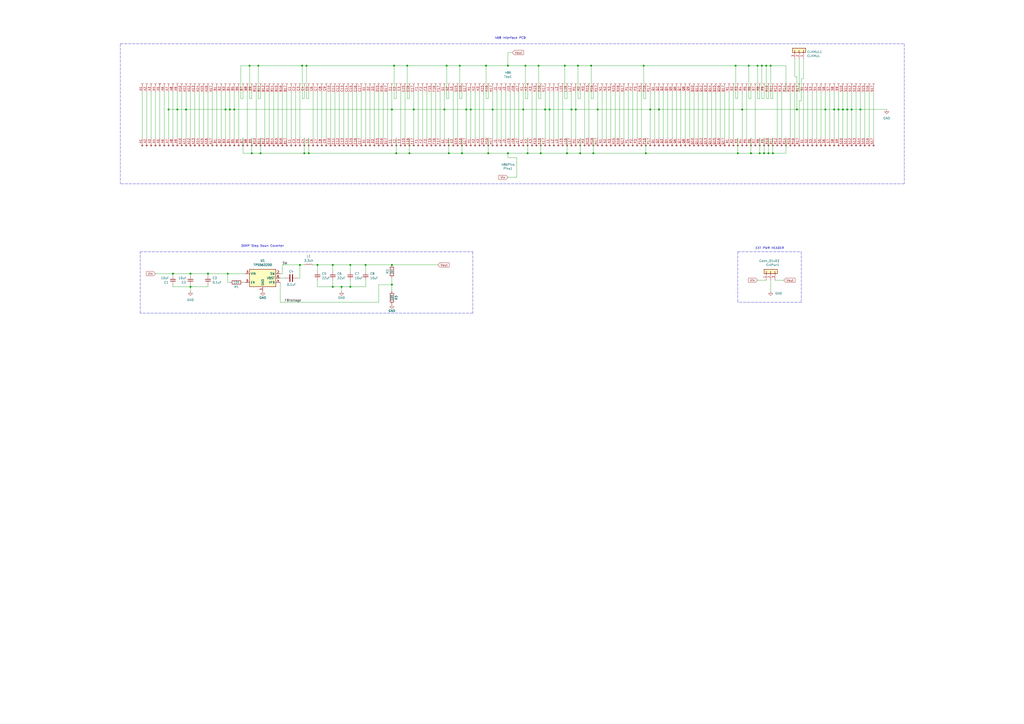
<source format=kicad_sch>
(kicad_sch (version 20211123) (generator eeschema)
  (paper "A2")
  (title_block (title "486SocketBlaster") (date "Jan 8 2023") (rev "0.3") (company "ScrapComputing"))
  (lib_symbols
    (symbol "486SocketBlaster:486Pins" (pin_names (offset 1.016) hide)
      (property "Reference" "J" (at 2.54 215.9 0))
      (property "Value" "486Pins" (at -5.08 1.27 0))
      (symbol "486Pins_1_1"
        (pin passive line (at 5.08 212.09 180) (length 3.81) (name "Pin_1") (number "A1"))
        (pin passive line (at 5.08 189.23 180) (length 3.81) (name "Pin_10") (number "A10"))
        (pin passive line (at 5.08 186.69 180) (length 3.81) (name "Pin_11") (number "A11"))
        (pin passive line (at 5.08 184.15 180) (length 3.81) (name "Pin_12") (number "A12"))
        (pin passive line (at 5.08 181.61 180) (length 3.81) (name "Pin_13") (number "A13"))
        (pin passive line (at 5.08 179.07 180) (length 3.81) (name "Pin_14") (number "A14"))
        (pin passive line (at 5.08 176.53 180) (length 3.81) (name "Pin_15") (number "A15"))
        (pin passive line (at 5.08 173.99 180) (length 3.81) (name "Pin_16") (number "A16"))
        (pin passive line (at 5.08 171.45 180) (length 3.81) (name "Pin_17") (number "A17"))
        (pin passive line (at 5.08 209.55 180) (length 3.81) (name "Pin_2") (number "A2"))
        (pin passive line (at 5.08 207.01 180) (length 3.81) (name "Pin_3") (number "A3"))
        (pin passive line (at 5.08 204.47 180) (length 3.81) (name "Pin_4") (number "A4"))
        (pin passive line (at 5.08 201.93 180) (length 3.81) (name "Pin_5") (number "A5"))
        (pin passive line (at 5.08 199.39 180) (length 3.81) (name "Pin_6") (number "A6"))
        (pin passive line (at 5.08 196.85 180) (length 3.81) (name "Pin_7") (number "A7"))
        (pin passive line (at 5.08 194.31 180) (length 3.81) (name "Pin_8") (number "A8"))
        (pin passive line (at 5.08 191.77 180) (length 3.81) (name "Pin_9") (number "A9"))
        (pin passive line (at 5.08 168.91 180) (length 3.81) (name "Pin_1") (number "B1"))
        (pin passive line (at 5.08 146.05 180) (length 3.81) (name "Pin_10") (number "B10"))
        (pin passive line (at 5.08 143.51 180) (length 3.81) (name "Pin_11") (number "B11"))
        (pin passive line (at 5.08 140.97 180) (length 3.81) (name "Pin_12") (number "B12"))
        (pin passive line (at 5.08 138.43 180) (length 3.81) (name "Pin_13") (number "B13"))
        (pin passive line (at 5.08 135.89 180) (length 3.81) (name "Pin_14") (number "B14"))
        (pin passive line (at 5.08 133.35 180) (length 3.81) (name "Pin_15") (number "B15"))
        (pin passive line (at 5.08 130.81 180) (length 3.81) (name "Pin_16") (number "B16"))
        (pin passive line (at 5.08 128.27 180) (length 3.81) (name "Pin_17") (number "B17"))
        (pin passive line (at 5.08 166.37 180) (length 3.81) (name "Pin_2") (number "B2"))
        (pin passive line (at 5.08 163.83 180) (length 3.81) (name "Pin_3") (number "B3"))
        (pin passive line (at 5.08 161.29 180) (length 3.81) (name "Pin_4") (number "B4"))
        (pin passive line (at 5.08 158.75 180) (length 3.81) (name "Pin_5") (number "B5"))
        (pin passive line (at 5.08 156.21 180) (length 3.81) (name "Pin_6") (number "B6"))
        (pin passive line (at 5.08 153.67 180) (length 3.81) (name "Pin_7") (number "B7"))
        (pin passive line (at 5.08 151.13 180) (length 3.81) (name "Pin_8") (number "B8"))
        (pin passive line (at 5.08 148.59 180) (length 3.81) (name "Pin_9") (number "B9"))
        (pin passive line (at 5.08 125.73 180) (length 3.81) (name "Pin_1") (number "C1"))
        (pin passive line (at 5.08 102.87 180) (length 3.81) (name "Pin_10") (number "C10"))
        (pin passive line (at 5.08 100.33 180) (length 3.81) (name "Pin_11") (number "C11"))
        (pin passive line (at 5.08 97.79 180) (length 3.81) (name "Pin_12") (number "C12"))
        (pin passive line (at 5.08 95.25 180) (length 3.81) (name "Pin_13") (number "C13"))
        (pin passive line (at 5.08 92.71 180) (length 3.81) (name "Pin_14") (number "C14"))
        (pin passive line (at 5.08 90.17 180) (length 3.81) (name "Pin_15") (number "C15"))
        (pin passive line (at 5.08 87.63 180) (length 3.81) (name "Pin_16") (number "C16"))
        (pin passive line (at 5.08 85.09 180) (length 3.81) (name "Pin_17") (number "C17"))
        (pin passive line (at 5.08 123.19 180) (length 3.81) (name "Pin_2") (number "C2"))
        (pin passive line (at 5.08 120.65 180) (length 3.81) (name "Pin_3") (number "C3"))
        (pin passive line (at 5.08 118.11 180) (length 3.81) (name "Pin_4") (number "C4"))
        (pin passive line (at 5.08 115.57 180) (length 3.81) (name "Pin_5") (number "C5"))
        (pin passive line (at 5.08 113.03 180) (length 3.81) (name "Pin_6") (number "C6"))
        (pin passive line (at 5.08 110.49 180) (length 3.81) (name "Pin_7") (number "C7"))
        (pin passive line (at 5.08 107.95 180) (length 3.81) (name "Pin_8") (number "C8"))
        (pin passive line (at 5.08 105.41 180) (length 3.81) (name "Pin_9") (number "C9"))
        (pin passive line (at 5.08 82.55 180) (length 3.81) (name "Pin_1") (number "D1"))
        (pin passive line (at 5.08 74.93 180) (length 3.81) (name "Pin_15") (number "D15"))
        (pin passive line (at 5.08 72.39 180) (length 3.81) (name "Pin_16") (number "D16"))
        (pin passive line (at 5.08 69.85 180) (length 3.81) (name "Pin_17") (number "D17"))
        (pin passive line (at 5.08 80.01 180) (length 3.81) (name "Pin_2") (number "D2"))
        (pin passive line (at 5.08 77.47 180) (length 3.81) (name "Pin_3") (number "D3"))
        (pin passive line (at 5.08 67.31 180) (length 3.81) (name "Pin_1") (number "E1"))
        (pin passive line (at 5.08 59.69 180) (length 3.81) (name "Pin_15") (number "E15"))
        (pin passive line (at 5.08 57.15 180) (length 3.81) (name "Pin_16") (number "E16"))
        (pin passive line (at 5.08 54.61 180) (length 3.81) (name "Pin_17") (number "E17"))
        (pin passive line (at 5.08 64.77 180) (length 3.81) (name "Pin_2") (number "E2"))
        (pin passive line (at 5.08 62.23 180) (length 3.81) (name "Pin_3") (number "E3"))
        (pin passive line (at 5.08 52.07 180) (length 3.81) (name "Pin_1") (number "F1"))
        (pin passive line (at 5.08 44.45 180) (length 3.81) (name "Pin_15") (number "F15"))
        (pin passive line (at 5.08 41.91 180) (length 3.81) (name "Pin_16") (number "F16"))
        (pin passive line (at 5.08 39.37 180) (length 3.81) (name "Pin_17") (number "F17"))
        (pin passive line (at 5.08 49.53 180) (length 3.81) (name "Pin_2") (number "F2"))
        (pin passive line (at 5.08 46.99 180) (length 3.81) (name "Pin_3") (number "F3"))
        (pin passive line (at 5.08 36.83 180) (length 3.81) (name "Pin_1") (number "G1"))
        (pin passive line (at 5.08 29.21 180) (length 3.81) (name "Pin_15") (number "G15"))
        (pin passive line (at 5.08 26.67 180) (length 3.81) (name "Pin_16") (number "G16"))
        (pin passive line (at 5.08 24.13 180) (length 3.81) (name "Pin_17") (number "G17"))
        (pin passive line (at 5.08 34.29 180) (length 3.81) (name "Pin_2") (number "G2"))
        (pin passive line (at 5.08 31.75 180) (length 3.81) (name "Pin_3") (number "G3"))
        (pin passive line (at 5.08 21.59 180) (length 3.81) (name "Pin_1") (number "H1"))
        (pin passive line (at 5.08 13.97 180) (length 3.81) (name "Pin_15") (number "H15"))
        (pin passive line (at 5.08 11.43 180) (length 3.81) (name "Pin_16") (number "H16"))
        (pin passive line (at 5.08 8.89 180) (length 3.81) (name "Pin_17") (number "H17"))
        (pin passive line (at 5.08 19.05 180) (length 3.81) (name "Pin_2") (number "H2"))
        (pin passive line (at 5.08 16.51 180) (length 3.81) (name "Pin_3") (number "H3"))
        (pin passive line (at 5.08 6.35 180) (length 3.81) (name "Pin_1") (number "J1"))
        (pin passive line (at 5.08 -1.27 180) (length 3.81) (name "Pin_15") (number "J15"))
        (pin passive line (at 5.08 -3.81 180) (length 3.81) (name "Pin_16") (number "J16"))
        (pin passive line (at 5.08 -6.35 180) (length 3.81) (name "Pin_17") (number "J17"))
        (pin passive line (at 5.08 3.81 180) (length 3.81) (name "Pin_2") (number "J2"))
        (pin passive line (at 5.08 1.27 180) (length 3.81) (name "Pin_3") (number "J3"))
        (pin passive line (at 5.08 -8.89 180) (length 3.81) (name "Pin_1") (number "K1"))
        (pin passive line (at 5.08 -16.51 180) (length 3.81) (name "Pin_15") (number "K15"))
        (pin passive line (at 5.08 -19.05 180) (length 3.81) (name "Pin_16") (number "K16"))
        (pin passive line (at 5.08 -21.59 180) (length 3.81) (name "Pin_17") (number "K17"))
        (pin passive line (at 5.08 -11.43 180) (length 3.81) (name "Pin_2") (number "K2"))
        (pin passive line (at 5.08 -13.97 180) (length 3.81) (name "Pin_3") (number "K3"))
        (pin passive line (at 5.08 -24.13 180) (length 3.81) (name "Pin_1") (number "L1"))
        (pin passive line (at 5.08 -31.75 180) (length 3.81) (name "Pin_15") (number "L15"))
        (pin passive line (at 5.08 -34.29 180) (length 3.81) (name "Pin_16") (number "L16"))
        (pin passive line (at 5.08 -36.83 180) (length 3.81) (name "Pin_17") (number "L17"))
        (pin passive line (at 5.08 -26.67 180) (length 3.81) (name "Pin_2") (number "L2"))
        (pin passive line (at 5.08 -29.21 180) (length 3.81) (name "Pin_3") (number "L3"))
        (pin passive line (at 5.08 -39.37 180) (length 3.81) (name "Pin_1") (number "M1"))
        (pin passive line (at 5.08 -46.99 180) (length 3.81) (name "Pin_15") (number "M15"))
        (pin passive line (at 5.08 -49.53 180) (length 3.81) (name "Pin_16") (number "M16"))
        (pin passive line (at 5.08 -52.07 180) (length 3.81) (name "Pin_17") (number "M17"))
        (pin passive line (at 5.08 -41.91 180) (length 3.81) (name "Pin_2") (number "M2"))
        (pin passive line (at 5.08 -44.45 180) (length 3.81) (name "Pin_3") (number "M3"))
        (pin passive line (at 5.08 -54.61 180) (length 3.81) (name "Pin_1") (number "N1"))
        (pin passive line (at 5.08 -62.23 180) (length 3.81) (name "Pin_15") (number "N15"))
        (pin passive line (at 5.08 -64.77 180) (length 3.81) (name "Pin_16") (number "N16"))
        (pin passive line (at 5.08 -67.31 180) (length 3.81) (name "Pin_17") (number "N17"))
        (pin passive line (at 5.08 -57.15 180) (length 3.81) (name "Pin_2") (number "N2"))
        (pin passive line (at 5.08 -59.69 180) (length 3.81) (name "Pin_3") (number "N3"))
        (pin passive line (at 5.08 -69.85 180) (length 3.81) (name "Pin_1") (number "P1"))
        (pin passive line (at 5.08 -77.47 180) (length 3.81) (name "Pin_15") (number "P15"))
        (pin passive line (at 5.08 -80.01 180) (length 3.81) (name "Pin_16") (number "P16"))
        (pin passive line (at 5.08 -82.55 180) (length 3.81) (name "Pin_17") (number "P17"))
        (pin passive line (at 5.08 -72.39 180) (length 3.81) (name "Pin_2") (number "P2"))
        (pin passive line (at 5.08 -74.93 180) (length 3.81) (name "Pin_3") (number "P3"))
        (pin passive line (at 5.08 -85.09 180) (length 3.81) (name "Pin_1") (number "Q1"))
        (pin passive line (at 5.08 -107.95 180) (length 3.81) (name "Pin_10") (number "Q10"))
        (pin passive line (at 5.08 -110.49 180) (length 3.81) (name "Pin_11") (number "Q11"))
        (pin passive line (at 5.08 -113.03 180) (length 3.81) (name "Pin_12") (number "Q12"))
        (pin passive line (at 5.08 -115.57 180) (length 3.81) (name "Pin_13") (number "Q13"))
        (pin passive line (at 5.08 -118.11 180) (length 3.81) (name "Pin_14") (number "Q14"))
        (pin passive line (at 5.08 -120.65 180) (length 3.81) (name "Pin_15") (number "Q15"))
        (pin passive line (at 5.08 -123.19 180) (length 3.81) (name "Pin_16") (number "Q16"))
        (pin passive line (at 5.08 -125.73 180) (length 3.81) (name "Pin_17") (number "Q17"))
        (pin passive line (at 5.08 -87.63 180) (length 3.81) (name "Pin_2") (number "Q2"))
        (pin passive line (at 5.08 -90.17 180) (length 3.81) (name "Pin_3") (number "Q3"))
        (pin passive line (at 5.08 -92.71 180) (length 3.81) (name "Pin_4") (number "Q4"))
        (pin passive line (at 5.08 -95.25 180) (length 3.81) (name "Pin_5") (number "Q5"))
        (pin passive line (at 5.08 -97.79 180) (length 3.81) (name "Pin_6") (number "Q6"))
        (pin passive line (at 5.08 -100.33 180) (length 3.81) (name "Pin_7") (number "Q7"))
        (pin passive line (at 5.08 -102.87 180) (length 3.81) (name "Pin_8") (number "Q8"))
        (pin passive line (at 5.08 -105.41 180) (length 3.81) (name "Pin_9") (number "Q9"))
        (pin passive line (at 5.08 -128.27 180) (length 3.81) (name "Pin_1") (number "R1"))
        (pin passive line (at 5.08 -151.13 180) (length 3.81) (name "Pin_10") (number "R10"))
        (pin passive line (at 5.08 -153.67 180) (length 3.81) (name "Pin_11") (number "R11"))
        (pin passive line (at 5.08 -156.21 180) (length 3.81) (name "Pin_12") (number "R12"))
        (pin passive line (at 5.08 -158.75 180) (length 3.81) (name "Pin_13") (number "R13"))
        (pin passive line (at 5.08 -161.29 180) (length 3.81) (name "Pin_14") (number "R14"))
        (pin passive line (at 5.08 -163.83 180) (length 3.81) (name "Pin_15") (number "R15"))
        (pin passive line (at 5.08 -166.37 180) (length 3.81) (name "Pin_16") (number "R16"))
        (pin passive line (at 5.08 -168.91 180) (length 3.81) (name "Pin_17") (number "R17"))
        (pin passive line (at 5.08 -130.81 180) (length 3.81) (name "Pin_2") (number "R2"))
        (pin passive line (at 5.08 -133.35 180) (length 3.81) (name "Pin_3") (number "R3"))
        (pin passive line (at 5.08 -135.89 180) (length 3.81) (name "Pin_4") (number "R4"))
        (pin passive line (at 5.08 -138.43 180) (length 3.81) (name "Pin_5") (number "R5"))
        (pin passive line (at 5.08 -140.97 180) (length 3.81) (name "Pin_6") (number "R6"))
        (pin passive line (at 5.08 -143.51 180) (length 3.81) (name "Pin_7") (number "R7"))
        (pin passive line (at 5.08 -146.05 180) (length 3.81) (name "Pin_8") (number "R8"))
        (pin passive line (at 5.08 -148.59 180) (length 3.81) (name "Pin_9") (number "R9"))
        (pin passive line (at 5.08 -171.45 180) (length 3.81) (name "Pin_1") (number "S1"))
        (pin passive line (at 5.08 -194.31 180) (length 3.81) (name "Pin_10") (number "S10"))
        (pin passive line (at 5.08 -196.85 180) (length 3.81) (name "Pin_11") (number "S11"))
        (pin passive line (at 5.08 -199.39 180) (length 3.81) (name "Pin_12") (number "S12"))
        (pin passive line (at 5.08 -201.93 180) (length 3.81) (name "Pin_13") (number "S13"))
        (pin passive line (at 5.08 -204.47 180) (length 3.81) (name "Pin_14") (number "S14"))
        (pin passive line (at 5.08 -207.01 180) (length 3.81) (name "Pin_15") (number "S15"))
        (pin passive line (at 5.08 -209.55 180) (length 3.81) (name "Pin_16") (number "S16"))
        (pin passive line (at 5.08 -212.09 180) (length 3.81) (name "Pin_17") (number "S17"))
        (pin passive line (at 5.08 -173.99 180) (length 3.81) (name "Pin_2") (number "S2"))
        (pin passive line (at 5.08 -176.53 180) (length 3.81) (name "Pin_3") (number "S3"))
        (pin passive line (at 5.08 -179.07 180) (length 3.81) (name "Pin_4") (number "S4"))
        (pin passive line (at 5.08 -181.61 180) (length 3.81) (name "Pin_5") (number "S5"))
        (pin passive line (at 5.08 -184.15 180) (length 3.81) (name "Pin_6") (number "S6"))
        (pin passive line (at 5.08 -186.69 180) (length 3.81) (name "Pin_7") (number "S7"))
        (pin passive line (at 5.08 -189.23 180) (length 3.81) (name "Pin_8") (number "S8"))
        (pin passive line (at 5.08 -191.77 180) (length 3.81) (name "Pin_9") (number "S9"))
      )
    )
    (symbol "486SocketBlaster:486Socket" (pin_names (offset 1.016) hide)
      (property "Reference" "J" (at 1.27 215.9 0))
      (property "Value" "486Socket" (at -7.62 1.27 0))
      (symbol "486Socket_1_1"
        (pin passive line (at 3.81 212.09 180) (length 3.81) (name "Pin_1") (number "A1"))
        (pin passive line (at 3.81 189.23 180) (length 3.81) (name "Pin_10") (number "A10"))
        (pin passive line (at 3.81 186.69 180) (length 3.81) (name "Pin_11") (number "A11"))
        (pin passive line (at 3.81 184.15 180) (length 3.81) (name "Pin_12") (number "A12"))
        (pin passive line (at 3.81 181.61 180) (length 3.81) (name "Pin_13") (number "A13"))
        (pin passive line (at 3.81 179.07 180) (length 3.81) (name "Pin_14") (number "A14"))
        (pin passive line (at 3.81 176.53 180) (length 3.81) (name "Pin_15") (number "A15"))
        (pin passive line (at 3.81 173.99 180) (length 3.81) (name "Pin_16") (number "A16"))
        (pin passive line (at 3.81 171.45 180) (length 3.81) (name "Pin_17") (number "A17"))
        (pin passive line (at 3.81 209.55 180) (length 3.81) (name "Pin_2") (number "A2"))
        (pin passive line (at 3.81 207.01 180) (length 3.81) (name "Pin_3") (number "A3"))
        (pin passive line (at 3.81 204.47 180) (length 3.81) (name "Pin_4") (number "A4"))
        (pin passive line (at 3.81 201.93 180) (length 3.81) (name "Pin_5") (number "A5"))
        (pin passive line (at 3.81 199.39 180) (length 3.81) (name "Pin_6") (number "A6"))
        (pin passive line (at 3.81 196.85 180) (length 3.81) (name "Pin_7") (number "A7"))
        (pin passive line (at 3.81 194.31 180) (length 3.81) (name "Pin_8") (number "A8"))
        (pin passive line (at 3.81 191.77 180) (length 3.81) (name "Pin_9") (number "A9"))
        (pin passive line (at 3.81 168.91 180) (length 3.81) (name "Pin_1") (number "B1"))
        (pin passive line (at 3.81 146.05 180) (length 3.81) (name "Pin_10") (number "B10"))
        (pin passive line (at 3.81 143.51 180) (length 3.81) (name "Pin_11") (number "B11"))
        (pin passive line (at 3.81 140.97 180) (length 3.81) (name "Pin_12") (number "B12"))
        (pin passive line (at 3.81 138.43 180) (length 3.81) (name "Pin_13") (number "B13"))
        (pin passive line (at 3.81 135.89 180) (length 3.81) (name "Pin_14") (number "B14"))
        (pin passive line (at 3.81 133.35 180) (length 3.81) (name "Pin_15") (number "B15"))
        (pin passive line (at 3.81 130.81 180) (length 3.81) (name "Pin_16") (number "B16"))
        (pin passive line (at 3.81 128.27 180) (length 3.81) (name "Pin_17") (number "B17"))
        (pin passive line (at 3.81 166.37 180) (length 3.81) (name "Pin_2") (number "B2"))
        (pin passive line (at 3.81 163.83 180) (length 3.81) (name "Pin_3") (number "B3"))
        (pin passive line (at 3.81 161.29 180) (length 3.81) (name "Pin_4") (number "B4"))
        (pin passive line (at 3.81 158.75 180) (length 3.81) (name "Pin_5") (number "B5"))
        (pin passive line (at 3.81 156.21 180) (length 3.81) (name "Pin_6") (number "B6"))
        (pin passive line (at 3.81 153.67 180) (length 3.81) (name "Pin_7") (number "B7"))
        (pin passive line (at 3.81 151.13 180) (length 3.81) (name "Pin_8") (number "B8"))
        (pin passive line (at 3.81 148.59 180) (length 3.81) (name "Pin_9") (number "B9"))
        (pin passive line (at 3.81 125.73 180) (length 3.81) (name "Pin_1") (number "C1"))
        (pin passive line (at 3.81 102.87 180) (length 3.81) (name "Pin_10") (number "C10"))
        (pin passive line (at 3.81 100.33 180) (length 3.81) (name "Pin_11") (number "C11"))
        (pin passive line (at 3.81 97.79 180) (length 3.81) (name "Pin_12") (number "C12"))
        (pin passive line (at 3.81 95.25 180) (length 3.81) (name "Pin_13") (number "C13"))
        (pin passive line (at 3.81 92.71 180) (length 3.81) (name "Pin_14") (number "C14"))
        (pin passive line (at 3.81 90.17 180) (length 3.81) (name "Pin_15") (number "C15"))
        (pin passive line (at 3.81 87.63 180) (length 3.81) (name "Pin_16") (number "C16"))
        (pin passive line (at 3.81 85.09 180) (length 3.81) (name "Pin_17") (number "C17"))
        (pin passive line (at 3.81 123.19 180) (length 3.81) (name "Pin_2") (number "C2"))
        (pin passive line (at 3.81 120.65 180) (length 3.81) (name "Pin_3") (number "C3"))
        (pin passive line (at 3.81 118.11 180) (length 3.81) (name "Pin_4") (number "C4"))
        (pin passive line (at 3.81 115.57 180) (length 3.81) (name "Pin_5") (number "C5"))
        (pin passive line (at 3.81 113.03 180) (length 3.81) (name "Pin_6") (number "C6"))
        (pin passive line (at 3.81 110.49 180) (length 3.81) (name "Pin_7") (number "C7"))
        (pin passive line (at 3.81 107.95 180) (length 3.81) (name "Pin_8") (number "C8"))
        (pin passive line (at 3.81 105.41 180) (length 3.81) (name "Pin_9") (number "C9"))
        (pin passive line (at 3.81 82.55 180) (length 3.81) (name "Pin_1") (number "D1"))
        (pin passive line (at 3.81 74.93 180) (length 3.81) (name "Pin_15") (number "D15"))
        (pin passive line (at 3.81 72.39 180) (length 3.81) (name "Pin_16") (number "D16"))
        (pin passive line (at 3.81 69.85 180) (length 3.81) (name "Pin_17") (number "D17"))
        (pin passive line (at 3.81 80.01 180) (length 3.81) (name "Pin_2") (number "D2"))
        (pin passive line (at 3.81 77.47 180) (length 3.81) (name "Pin_3") (number "D3"))
        (pin passive line (at 3.81 67.31 180) (length 3.81) (name "Pin_1") (number "E1"))
        (pin passive line (at 3.81 59.69 180) (length 3.81) (name "Pin_15") (number "E15"))
        (pin passive line (at 3.81 57.15 180) (length 3.81) (name "Pin_16") (number "E16"))
        (pin passive line (at 3.81 54.61 180) (length 3.81) (name "Pin_17") (number "E17"))
        (pin passive line (at 3.81 64.77 180) (length 3.81) (name "Pin_2") (number "E2"))
        (pin passive line (at 3.81 62.23 180) (length 3.81) (name "Pin_3") (number "E3"))
        (pin passive line (at 3.81 52.07 180) (length 3.81) (name "Pin_1") (number "F1"))
        (pin passive line (at 3.81 44.45 180) (length 3.81) (name "Pin_15") (number "F15"))
        (pin passive line (at 3.81 41.91 180) (length 3.81) (name "Pin_16") (number "F16"))
        (pin passive line (at 3.81 39.37 180) (length 3.81) (name "Pin_17") (number "F17"))
        (pin passive line (at 3.81 49.53 180) (length 3.81) (name "Pin_2") (number "F2"))
        (pin passive line (at 3.81 46.99 180) (length 3.81) (name "Pin_3") (number "F3"))
        (pin passive line (at 3.81 36.83 180) (length 3.81) (name "Pin_1") (number "G1"))
        (pin passive line (at 3.81 29.21 180) (length 3.81) (name "Pin_15") (number "G15"))
        (pin passive line (at 3.81 26.67 180) (length 3.81) (name "Pin_16") (number "G16"))
        (pin passive line (at 3.81 24.13 180) (length 3.81) (name "Pin_17") (number "G17"))
        (pin passive line (at 3.81 34.29 180) (length 3.81) (name "Pin_2") (number "G2"))
        (pin passive line (at 3.81 31.75 180) (length 3.81) (name "Pin_3") (number "G3"))
        (pin passive line (at 3.81 21.59 180) (length 3.81) (name "Pin_1") (number "H1"))
        (pin passive line (at 3.81 13.97 180) (length 3.81) (name "Pin_15") (number "H15"))
        (pin passive line (at 3.81 11.43 180) (length 3.81) (name "Pin_16") (number "H16"))
        (pin passive line (at 3.81 8.89 180) (length 3.81) (name "Pin_17") (number "H17"))
        (pin passive line (at 3.81 19.05 180) (length 3.81) (name "Pin_2") (number "H2"))
        (pin passive line (at 3.81 16.51 180) (length 3.81) (name "Pin_3") (number "H3"))
        (pin passive line (at 3.81 6.35 180) (length 3.81) (name "Pin_1") (number "J1"))
        (pin passive line (at 3.81 -1.27 180) (length 3.81) (name "Pin_15") (number "J15"))
        (pin passive line (at 3.81 -3.81 180) (length 3.81) (name "Pin_16") (number "J16"))
        (pin passive line (at 3.81 -6.35 180) (length 3.81) (name "Pin_17") (number "J17"))
        (pin passive line (at 3.81 3.81 180) (length 3.81) (name "Pin_2") (number "J2"))
        (pin passive line (at 3.81 1.27 180) (length 3.81) (name "Pin_3") (number "J3"))
        (pin passive line (at 3.81 -8.89 180) (length 3.81) (name "Pin_1") (number "K1"))
        (pin passive line (at 3.81 -16.51 180) (length 3.81) (name "Pin_15") (number "K15"))
        (pin passive line (at 3.81 -19.05 180) (length 3.81) (name "Pin_16") (number "K16"))
        (pin passive line (at 3.81 -21.59 180) (length 3.81) (name "Pin_17") (number "K17"))
        (pin passive line (at 3.81 -11.43 180) (length 3.81) (name "Pin_2") (number "K2"))
        (pin passive line (at 3.81 -13.97 180) (length 3.81) (name "Pin_3") (number "K3"))
        (pin passive line (at 3.81 -24.13 180) (length 3.81) (name "Pin_1") (number "L1"))
        (pin passive line (at 3.81 -31.75 180) (length 3.81) (name "Pin_15") (number "L15"))
        (pin passive line (at 3.81 -34.29 180) (length 3.81) (name "Pin_16") (number "L16"))
        (pin passive line (at 3.81 -36.83 180) (length 3.81) (name "Pin_17") (number "L17"))
        (pin passive line (at 3.81 -26.67 180) (length 3.81) (name "Pin_2") (number "L2"))
        (pin passive line (at 3.81 -29.21 180) (length 3.81) (name "Pin_3") (number "L3"))
        (pin passive line (at 3.81 -39.37 180) (length 3.81) (name "Pin_1") (number "M1"))
        (pin passive line (at 3.81 -46.99 180) (length 3.81) (name "Pin_15") (number "M15"))
        (pin passive line (at 3.81 -49.53 180) (length 3.81) (name "Pin_16") (number "M16"))
        (pin passive line (at 3.81 -52.07 180) (length 3.81) (name "Pin_17") (number "M17"))
        (pin passive line (at 3.81 -41.91 180) (length 3.81) (name "Pin_2") (number "M2"))
        (pin passive line (at 3.81 -44.45 180) (length 3.81) (name "Pin_3") (number "M3"))
        (pin passive line (at 3.81 -54.61 180) (length 3.81) (name "Pin_1") (number "N1"))
        (pin passive line (at 3.81 -62.23 180) (length 3.81) (name "Pin_15") (number "N15"))
        (pin passive line (at 3.81 -64.77 180) (length 3.81) (name "Pin_16") (number "N16"))
        (pin passive line (at 3.81 -67.31 180) (length 3.81) (name "Pin_17") (number "N17"))
        (pin passive line (at 3.81 -57.15 180) (length 3.81) (name "Pin_2") (number "N2"))
        (pin passive line (at 3.81 -59.69 180) (length 3.81) (name "Pin_3") (number "N3"))
        (pin passive line (at 3.81 -69.85 180) (length 3.81) (name "Pin_1") (number "P1"))
        (pin passive line (at 3.81 -77.47 180) (length 3.81) (name "Pin_15") (number "P15"))
        (pin passive line (at 3.81 -80.01 180) (length 3.81) (name "Pin_16") (number "P16"))
        (pin passive line (at 3.81 -82.55 180) (length 3.81) (name "Pin_17") (number "P17"))
        (pin passive line (at 3.81 -72.39 180) (length 3.81) (name "Pin_2") (number "P2"))
        (pin passive line (at 3.81 -74.93 180) (length 3.81) (name "Pin_3") (number "P3"))
        (pin passive line (at 3.81 -85.09 180) (length 3.81) (name "Pin_1") (number "Q1"))
        (pin passive line (at 3.81 -107.95 180) (length 3.81) (name "Pin_10") (number "Q10"))
        (pin passive line (at 3.81 -110.49 180) (length 3.81) (name "Pin_11") (number "Q11"))
        (pin passive line (at 3.81 -113.03 180) (length 3.81) (name "Pin_12") (number "Q12"))
        (pin passive line (at 3.81 -115.57 180) (length 3.81) (name "Pin_13") (number "Q13"))
        (pin passive line (at 3.81 -118.11 180) (length 3.81) (name "Pin_14") (number "Q14"))
        (pin passive line (at 3.81 -120.65 180) (length 3.81) (name "Pin_15") (number "Q15"))
        (pin passive line (at 3.81 -123.19 180) (length 3.81) (name "Pin_16") (number "Q16"))
        (pin passive line (at 3.81 -125.73 180) (length 3.81) (name "Pin_17") (number "Q17"))
        (pin passive line (at 3.81 -87.63 180) (length 3.81) (name "Pin_2") (number "Q2"))
        (pin passive line (at 3.81 -90.17 180) (length 3.81) (name "Pin_3") (number "Q3"))
        (pin passive line (at 3.81 -92.71 180) (length 3.81) (name "Pin_4") (number "Q4"))
        (pin passive line (at 3.81 -95.25 180) (length 3.81) (name "Pin_5") (number "Q5"))
        (pin passive line (at 3.81 -97.79 180) (length 3.81) (name "Pin_6") (number "Q6"))
        (pin passive line (at 3.81 -100.33 180) (length 3.81) (name "Pin_7") (number "Q7"))
        (pin passive line (at 3.81 -102.87 180) (length 3.81) (name "Pin_8") (number "Q8"))
        (pin passive line (at 3.81 -105.41 180) (length 3.81) (name "Pin_9") (number "Q9"))
        (pin passive line (at 3.81 -128.27 180) (length 3.81) (name "Pin_1") (number "R1"))
        (pin passive line (at 3.81 -151.13 180) (length 3.81) (name "Pin_10") (number "R10"))
        (pin passive line (at 3.81 -153.67 180) (length 3.81) (name "Pin_11") (number "R11"))
        (pin passive line (at 3.81 -156.21 180) (length 3.81) (name "Pin_12") (number "R12"))
        (pin passive line (at 3.81 -158.75 180) (length 3.81) (name "Pin_13") (number "R13"))
        (pin passive line (at 3.81 -161.29 180) (length 3.81) (name "Pin_14") (number "R14"))
        (pin passive line (at 3.81 -163.83 180) (length 3.81) (name "Pin_15") (number "R15"))
        (pin passive line (at 3.81 -166.37 180) (length 3.81) (name "Pin_16") (number "R16"))
        (pin passive line (at 3.81 -168.91 180) (length 3.81) (name "Pin_17") (number "R17"))
        (pin passive line (at 3.81 -130.81 180) (length 3.81) (name "Pin_2") (number "R2"))
        (pin passive line (at 3.81 -133.35 180) (length 3.81) (name "Pin_3") (number "R3"))
        (pin passive line (at 3.81 -135.89 180) (length 3.81) (name "Pin_4") (number "R4"))
        (pin passive line (at 3.81 -138.43 180) (length 3.81) (name "Pin_5") (number "R5"))
        (pin passive line (at 3.81 -140.97 180) (length 3.81) (name "Pin_6") (number "R6"))
        (pin passive line (at 3.81 -143.51 180) (length 3.81) (name "Pin_7") (number "R7"))
        (pin passive line (at 3.81 -146.05 180) (length 3.81) (name "Pin_8") (number "R8"))
        (pin passive line (at 3.81 -148.59 180) (length 3.81) (name "Pin_9") (number "R9"))
        (pin passive line (at 3.81 -171.45 180) (length 3.81) (name "Pin_1") (number "S1"))
        (pin passive line (at 3.81 -194.31 180) (length 3.81) (name "Pin_10") (number "S10"))
        (pin passive line (at 3.81 -196.85 180) (length 3.81) (name "Pin_11") (number "S11"))
        (pin passive line (at 3.81 -199.39 180) (length 3.81) (name "Pin_12") (number "S12"))
        (pin passive line (at 3.81 -201.93 180) (length 3.81) (name "Pin_13") (number "S13"))
        (pin passive line (at 3.81 -204.47 180) (length 3.81) (name "Pin_14") (number "S14"))
        (pin passive line (at 3.81 -207.01 180) (length 3.81) (name "Pin_15") (number "S15"))
        (pin passive line (at 3.81 -209.55 180) (length 3.81) (name "Pin_16") (number "S16"))
        (pin passive line (at 3.81 -212.09 180) (length 3.81) (name "Pin_17") (number "S17"))
        (pin passive line (at 3.81 -173.99 180) (length 3.81) (name "Pin_2") (number "S2"))
        (pin passive line (at 3.81 -176.53 180) (length 3.81) (name "Pin_3") (number "S3"))
        (pin passive line (at 3.81 -179.07 180) (length 3.81) (name "Pin_4") (number "S4"))
        (pin passive line (at 3.81 -181.61 180) (length 3.81) (name "Pin_5") (number "S5"))
        (pin passive line (at 3.81 -184.15 180) (length 3.81) (name "Pin_6") (number "S6"))
        (pin passive line (at 3.81 -186.69 180) (length 3.81) (name "Pin_7") (number "S7"))
        (pin passive line (at 3.81 -189.23 180) (length 3.81) (name "Pin_8") (number "S8"))
        (pin passive line (at 3.81 -191.77 180) (length 3.81) (name "Pin_9") (number "S9"))
      )
    )
    (symbol "Connector_Generic:Conn_01x03" (pin_names (offset 1.016) hide)
      (property "Reference" "J" (at 0 5.08 0))
      (property "Value" "Conn_01x03" (at 0 -5.08 0))
      (symbol "Conn_01x03_1_1"
        (pin passive line (at -5.08 2.54 0) (length 3.81) (name "Pin_1") (number "1"))
        (pin passive line (at -5.08 0 0) (length 3.81) (name "Pin_2") (number "2"))
        (pin passive line (at -5.08 -2.54 0) (length 3.81) (name "Pin_3") (number "3"))
      )
    )
    (symbol "Device:C" (pin_numbers hide) (pin_names (offset 0.254))
      (property "Reference" "C" (at 0.635 2.54 0))
      (property "Value" "C" (at 0.635 -2.54 0))
      (symbol "C_1_1"
        (pin passive line (at 0 3.81 270) (length 2.794) (name "~") (number "1"))
        (pin passive line (at 0 -3.81 90) (length 2.794) (name "~") (number "2"))
      )
    )
    (symbol "Device:C_Small" (pin_numbers hide) (pin_names (offset 0.254) hide)
      (property "Reference" "C" (at 0.254 1.778 0))
      (property "Value" "C_Small" (at 0.254 -2.032 0))
      (symbol "C_Small_1_1"
        (pin passive line (at 0 2.54 270) (length 2.032) (name "~") (number "1"))
        (pin passive line (at 0 -2.54 90) (length 2.032) (name "~") (number "2"))
      )
    )
    (symbol "Device:L_Small" (pin_numbers hide) (pin_names (offset 0.254) hide)
      (property "Reference" "L" (at 0.762 1.016 0))
      (property "Value" "L_Small" (at 0.762 -1.016 0))
      (symbol "L_Small_1_1"
        (pin passive line (at 0 2.54 270) (length 0.508) (name "~") (number "1"))
        (pin passive line (at 0 -2.54 90) (length 0.508) (name "~") (number "2"))
      )
    )
    (symbol "Device:R" (pin_numbers hide) (pin_names (offset 0))
      (property "Reference" "R" (at 2.032 0 90))
      (property "Value" "R" (at 0 0 90))
      (symbol "R_1_1"
        (pin passive line (at 0 3.81 270) (length 1.27) (name "~") (number "1"))
        (pin passive line (at 0 -3.81 90) (length 1.27) (name "~") (number "2"))
      )
    )
    (symbol "Regulator_Switching:TPS563200"
      (property "Reference" "U" (at -7.62 6.35 0))
      (property "Value" "TPS563200" (at -2.54 6.35 0))
      (symbol "TPS563200_1_1"
        (pin power_in line (at 0 -7.62 90) (length 2.54) (name "GND") (number "1"))
        (pin output line (at 10.16 2.54 180) (length 2.54) (name "SW") (number "2"))
        (pin power_in line (at -10.16 2.54 0) (length 2.54) (name "VIN") (number "3"))
        (pin input line (at 10.16 -2.54 180) (length 2.54) (name "VFB") (number "4"))
        (pin input line (at -10.16 -2.54 0) (length 2.54) (name "EN") (number "5"))
        (pin passive line (at 10.16 0 180) (length 2.54) (name "VBST") (number "6"))
      )
    )
    (symbol "power:GND" (power) (pin_names (offset 0))
      (property "Value" "GND" (at 0 -3.81 0))
      (symbol "GND_1_1"
        (pin power_in line (at 0 0 270) (length 0) hide (name "GND") (number "1"))
      )
    )
  )
  (junction (at 135.89 63.5))
  (junction (at 427.99 88.9))
  (junction (at 444.5 38.1))
  (junction (at 266.7 38.1))
  (junction (at 203.2 153.67))
  (junction (at 130.81 63.5))
  (junction (at 488.95 63.5))
  (junction (at 285.75 63.5))
  (junction (at 312.42 38.1))
  (junction (at 344.17 88.9))
  (junction (at 443.23 88.9))
  (junction (at 328.93 88.9))
  (junction (at 313.69 88.9))
  (junction (at 203.2 166.37))
  (junction (at 306.07 88.9))
  (junction (at 331.47 63.5))
  (junction (at 377.19 63.5))
  (junction (at 486.41 63.5))
  (junction (at 227.33 63.5))
  (junction (at 151.13 88.9))
  (junction (at 318.77 63.5))
  (junction (at 483.87 63.5))
  (junction (at 267.97 88.9))
  (junction (at 283.21 88.9))
  (junction (at 110.49 158.75))
  (junction (at 294.64 88.9))
  (junction (at 435.61 88.9))
  (junction (at 237.49 88.9))
  (junction (at 193.04 153.67))
  (junction (at 228.6 38.1))
  (junction (at 491.49 63.5))
  (junction (at 447.04 38.1))
  (junction (at 439.42 38.1))
  (junction (at 445.77 88.9))
  (junction (at 430.53 63.5))
  (junction (at 176.53 88.9))
  (junction (at 149.86 38.1))
  (junction (at 173.99 153.67))
  (junction (at 110.49 166.37))
  (junction (at 434.34 38.1))
  (junction (at 335.28 38.1))
  (junction (at 227.33 165.1))
  (junction (at 441.96 38.1))
  (junction (at 334.01 63.5))
  (junction (at 177.8 38.1))
  (junction (at 198.12 166.37))
  (junction (at 236.22 38.1))
  (junction (at 184.15 153.67))
  (junction (at 120.65 158.75))
  (junction (at 257.81 63.5))
  (junction (at 440.69 88.9))
  (junction (at 426.72 38.1))
  (junction (at 133.35 63.5))
  (junction (at 102.87 63.5))
  (junction (at 374.65 88.9))
  (junction (at 273.05 63.5))
  (junction (at 462.28 63.5))
  (junction (at 327.66 38.1))
  (junction (at 303.53 63.5))
  (junction (at 499.11 63.5))
  (junction (at 270.51 63.5))
  (junction (at 304.8 38.1))
  (junction (at 260.35 88.9))
  (junction (at 175.26 38.1))
  (junction (at 144.78 38.1))
  (junction (at 342.9 38.1))
  (junction (at 336.55 88.9))
  (junction (at 448.31 88.9))
  (junction (at 382.27 63.5))
  (junction (at 179.07 88.9))
  (junction (at 107.95 63.5))
  (junction (at 193.04 166.37))
  (junction (at 132.08 158.75))
  (junction (at 373.38 38.1))
  (junction (at 240.03 63.5))
  (junction (at 494.03 63.5))
  (junction (at 212.09 153.67))
  (junction (at 316.23 63.5))
  (junction (at 346.71 63.5))
  (junction (at 229.87 88.9))
  (junction (at 100.33 158.75))
  (junction (at 259.08 38.1))
  (junction (at 294.64 38.1))
  (junction (at 146.05 88.9))
  (junction (at 478.79 63.5))
  (junction (at 227.33 153.67))
  (junction (at 97.79 63.5))
  (junction (at 281.94 38.1))
  (wire (pts (xy 430.53 63.5) (xy 430.53 53.34)))
  (wire (pts (xy 483.87 63.5) (xy 486.41 63.5)))
  (wire (pts (xy 316.23 63.5) (xy 316.23 80.01)))
  (wire (pts (xy 184.15 153.67) (xy 184.15 157.48)))
  (wire (pts (xy 434.34 57.15) (xy 435.61 57.15)))
  (wire (pts (xy 382.27 63.5) (xy 382.27 53.34)))
  (wire (pts (xy 102.87 80.01) (xy 102.87 63.5)))
  (wire (pts (xy 351.79 53.34) (xy 351.79 80.01)))
  (wire (pts (xy 151.13 80.01) (xy 151.13 88.9)))
  (wire (pts (xy 367.03 53.34) (xy 367.03 80.01)))
  (wire (pts (xy 110.49 53.34) (xy 110.49 80.01)))
  (wire (pts (xy 260.35 88.9) (xy 267.97 88.9)))
  (wire (pts (xy 443.23 80.01) (xy 443.23 88.9)))
  (wire (pts (xy 427.99 57.15) (xy 427.99 53.34)))
  (wire (pts (xy 486.41 80.01) (xy 486.41 63.5)))
  (wire (pts (xy 488.95 63.5) (xy 488.95 80.01)))
  (wire (pts (xy 135.89 63.5) (xy 227.33 63.5)))
  (polyline (pts (xy 69.85 25.4) (xy 524.51 25.4)))
  (wire (pts (xy 139.7 57.15) (xy 140.97 57.15)))
  (wire (pts (xy 173.99 53.34) (xy 173.99 80.01)))
  (wire (pts (xy 130.81 63.5) (xy 133.35 63.5)))
  (wire (pts (xy 125.73 80.01) (xy 125.73 53.34)))
  (wire (pts (xy 373.38 38.1) (xy 426.72 38.1)))
  (wire (pts (xy 242.57 53.34) (xy 242.57 80.01)))
  (wire (pts (xy 90.17 80.01) (xy 90.17 53.34)))
  (wire (pts (xy 334.01 63.5) (xy 334.01 53.34)))
  (wire (pts (xy 466.09 34.29) (xy 466.09 45.72)))
  (wire (pts (xy 462.28 63.5) (xy 478.79 63.5)))
  (wire (pts (xy 281.94 57.15) (xy 283.21 57.15)))
  (wire (pts (xy 412.75 53.34) (xy 412.75 80.01)))
  (wire (pts (xy 177.8 57.15) (xy 177.8 38.1)))
  (wire (pts (xy 199.39 53.34) (xy 199.39 80.01)))
  (wire (pts (xy 499.11 63.5) (xy 514.35 63.5)))
  (wire (pts (xy 304.8 38.1) (xy 312.42 38.1)))
  (wire (pts (xy 334.01 63.5) (xy 346.71 63.5)))
  (wire (pts (xy 234.95 53.34) (xy 234.95 80.01)))
  (wire (pts (xy 321.31 53.34) (xy 321.31 80.01)))
  (wire (pts (xy 186.69 80.01) (xy 186.69 53.34)))
  (wire (pts (xy 161.29 80.01) (xy 161.29 53.34)))
  (wire (pts (xy 110.49 166.37) (xy 120.65 166.37)))
  (wire (pts (xy 344.17 80.01) (xy 344.17 88.9)))
  (wire (pts (xy 394.97 80.01) (xy 394.97 53.34)))
  (wire (pts (xy 336.55 88.9) (xy 344.17 88.9)))
  (wire (pts (xy 113.03 80.01) (xy 113.03 53.34)))
  (wire (pts (xy 193.04 166.37) (xy 198.12 166.37)))
  (wire (pts (xy 306.07 80.01) (xy 306.07 88.9)))
  (wire (pts (xy 189.23 53.34) (xy 189.23 80.01)))
  (wire (pts (xy 400.05 80.01) (xy 400.05 53.34)))
  (wire (pts (xy 135.89 63.5) (xy 135.89 80.01)))
  (wire (pts (xy 427.99 88.9) (xy 435.61 88.9)))
  (wire (pts (xy 227.33 168.91) (xy 227.33 165.1)))
  (wire (pts (xy 270.51 63.5) (xy 270.51 53.34)))
  (wire (pts (xy 504.19 80.01) (xy 504.19 53.34)))
  (wire (pts (xy 374.65 57.15) (xy 374.65 53.34)))
  (wire (pts (xy 397.51 53.34) (xy 397.51 80.01)))
  (wire (pts (xy 110.49 158.75) (xy 110.49 160.02)))
  (wire (pts (xy 107.95 63.5) (xy 130.81 63.5)))
  (wire (pts (xy 461.01 44.45) (xy 462.28 44.45)))
  (wire (pts (xy 435.61 88.9) (xy 440.69 88.9)))
  (wire (pts (xy 359.41 80.01) (xy 359.41 53.34)))
  (wire (pts (xy 435.61 80.01) (xy 435.61 88.9)))
  (wire (pts (xy 339.09 53.34) (xy 339.09 80.01)))
  (wire (pts (xy 478.79 63.5) (xy 478.79 80.01)))
  (wire (pts (xy 430.53 63.5) (xy 430.53 80.01)))
  (wire (pts (xy 203.2 153.67) (xy 212.09 153.67)))
  (wire (pts (xy 294.64 88.9) (xy 294.64 91.44)))
  (wire (pts (xy 100.33 80.01) (xy 100.33 53.34)))
  (wire (pts (xy 198.12 166.37) (xy 203.2 166.37)))
  (wire (pts (xy 331.47 63.5) (xy 331.47 80.01)))
  (wire (pts (xy 295.91 53.34) (xy 295.91 80.01)))
  (wire (pts (xy 285.75 53.34) (xy 285.75 63.5)))
  (wire (pts (xy 181.61 153.67) (xy 184.15 153.67)))
  (wire (pts (xy 303.53 63.5) (xy 316.23 63.5)))
  (wire (pts (xy 444.5 57.15) (xy 445.77 57.15)))
  (wire (pts (xy 262.89 80.01) (xy 262.89 53.34)))
  (wire (pts (xy 273.05 53.34) (xy 273.05 63.5)))
  (wire (pts (xy 294.64 30.48) (xy 294.64 38.1)))
  (wire (pts (xy 462.28 44.45) (xy 462.28 63.5)))
  (wire (pts (xy 506.73 53.34) (xy 506.73 80.01)))
  (wire (pts (xy 229.87 57.15) (xy 229.87 53.34)))
  (wire (pts (xy 312.42 38.1) (xy 312.42 57.15)))
  (wire (pts (xy 430.53 63.5) (xy 462.28 63.5)))
  (wire (pts (xy 389.89 53.34) (xy 389.89 80.01)))
  (wire (pts (xy 162.56 158.75) (xy 163.83 158.75)))
  (wire (pts (xy 97.79 53.34) (xy 97.79 63.5)))
  (wire (pts (xy 140.97 57.15) (xy 140.97 53.34)))
  (wire (pts (xy 266.7 57.15) (xy 267.97 57.15)))
  (wire (pts (xy 405.13 53.34) (xy 405.13 80.01)))
  (wire (pts (xy 219.71 165.1) (xy 227.33 165.1)))
  (wire (pts (xy 483.87 63.5) (xy 483.87 53.34)))
  (wire (pts (xy 173.99 153.67) (xy 173.99 161.29)))
  (wire (pts (xy 163.83 153.67) (xy 173.99 153.67)))
  (wire (pts (xy 128.27 53.34) (xy 128.27 80.01)))
  (wire (pts (xy 181.61 80.01) (xy 181.61 53.34)))
  (wire (pts (xy 250.19 80.01) (xy 250.19 53.34)))
  (wire (pts (xy 162.56 163.83) (xy 162.56 175.26)))
  (wire (pts (xy 448.31 80.01) (xy 448.31 88.9)))
  (wire (pts (xy 377.19 63.5) (xy 382.27 63.5)))
  (wire (pts (xy 335.28 57.15) (xy 335.28 38.1)))
  (polyline (pts (xy 274.32 181.61) (xy 81.28 181.61)))
  (wire (pts (xy 426.72 57.15) (xy 427.99 57.15)))
  (wire (pts (xy 140.97 88.9) (xy 146.05 88.9)))
  (wire (pts (xy 97.79 63.5) (xy 97.79 80.01)))
  (wire (pts (xy 283.21 57.15) (xy 283.21 53.34)))
  (wire (pts (xy 133.35 63.5) (xy 133.35 53.34)))
  (wire (pts (xy 193.04 153.67) (xy 193.04 157.48)))
  (wire (pts (xy 461.01 34.29) (xy 461.01 44.45)))
  (wire (pts (xy 488.95 63.5) (xy 488.95 53.34)))
  (wire (pts (xy 267.97 88.9) (xy 283.21 88.9)))
  (wire (pts (xy 175.26 38.1) (xy 175.26 57.15)))
  (wire (pts (xy 344.17 57.15) (xy 344.17 53.34)))
  (wire (pts (xy 203.2 166.37) (xy 212.09 166.37)))
  (wire (pts (xy 298.45 80.01) (xy 298.45 53.34)))
  (wire (pts (xy 100.33 158.75) (xy 110.49 158.75)))
  (wire (pts (xy 290.83 53.34) (xy 290.83 80.01)))
  (wire (pts (xy 377.19 63.5) (xy 377.19 80.01)))
  (wire (pts (xy 281.94 38.1) (xy 281.94 57.15)))
  (wire (pts (xy 270.51 63.5) (xy 273.05 63.5)))
  (wire (pts (xy 463.55 58.42) (xy 464.82 58.42)))
  (wire (pts (xy 257.81 63.5) (xy 270.51 63.5)))
  (wire (pts (xy 331.47 63.5) (xy 334.01 63.5)))
  (wire (pts (xy 379.73 53.34) (xy 379.73 80.01)))
  (wire (pts (xy 118.11 53.34) (xy 118.11 80.01)))
  (polyline (pts (xy 427.99 146.05) (xy 464.82 146.05)))
  (wire (pts (xy 434.34 38.1) (xy 439.42 38.1)))
  (wire (pts (xy 283.21 88.9) (xy 294.64 88.9)))
  (wire (pts (xy 433.07 53.34) (xy 433.07 80.01)))
  (wire (pts (xy 229.87 88.9) (xy 237.49 88.9)))
  (wire (pts (xy 212.09 153.67) (xy 227.33 153.67)))
  (wire (pts (xy 463.55 34.29) (xy 463.55 53.34)))
  (wire (pts (xy 496.57 53.34) (xy 496.57 80.01)))
  (wire (pts (xy 318.77 80.01) (xy 318.77 63.5)))
  (wire (pts (xy 146.05 57.15) (xy 146.05 53.34)))
  (wire (pts (xy 184.15 153.67) (xy 193.04 153.67)))
  (wire (pts (xy 148.59 53.34) (xy 148.59 80.01)))
  (wire (pts (xy 138.43 80.01) (xy 138.43 53.34)))
  (wire (pts (xy 303.53 63.5) (xy 303.53 53.34)))
  (wire (pts (xy 426.72 38.1) (xy 434.34 38.1)))
  (wire (pts (xy 163.83 53.34) (xy 163.83 80.01)))
  (wire (pts (xy 440.69 88.9) (xy 443.23 88.9)))
  (wire (pts (xy 346.71 53.34) (xy 346.71 63.5)))
  (wire (pts (xy 120.65 158.75) (xy 120.65 160.02)))
  (wire (pts (xy 133.35 80.01) (xy 133.35 63.5)))
  (wire (pts (xy 207.01 80.01) (xy 207.01 53.34)))
  (wire (pts (xy 149.86 57.15) (xy 151.13 57.15)))
  (wire (pts (xy 488.95 63.5) (xy 491.49 63.5)))
  (wire (pts (xy 110.49 165.1) (xy 110.49 166.37)))
  (wire (pts (xy 132.08 158.75) (xy 142.24 158.75)))
  (wire (pts (xy 120.65 80.01) (xy 120.65 53.34)))
  (wire (pts (xy 440.69 80.01) (xy 440.69 88.9)))
  (wire (pts (xy 191.77 80.01) (xy 191.77 53.34)))
  (wire (pts (xy 179.07 88.9) (xy 229.87 88.9)))
  (wire (pts (xy 443.23 88.9) (xy 445.77 88.9)))
  (wire (pts (xy 228.6 38.1) (xy 236.22 38.1)))
  (wire (pts (xy 461.01 53.34) (xy 461.01 80.01)))
  (wire (pts (xy 313.69 80.01) (xy 313.69 88.9)))
  (wire (pts (xy 361.95 53.34) (xy 361.95 80.01)))
  (wire (pts (xy 176.53 57.15) (xy 176.53 53.34)))
  (wire (pts (xy 257.81 53.34) (xy 257.81 63.5)))
  (wire (pts (xy 299.72 102.87) (xy 294.64 102.87)))
  (wire (pts (xy 228.6 57.15) (xy 228.6 38.1)))
  (wire (pts (xy 288.29 53.34) (xy 288.29 80.01)))
  (wire (pts (xy 311.15 80.01) (xy 311.15 53.34)))
  (wire (pts (xy 491.49 63.5) (xy 494.03 63.5)))
  (polyline (pts (xy 464.82 146.05) (xy 464.82 175.26)))
  (wire (pts (xy 297.18 30.48) (xy 294.64 30.48)))
  (wire (pts (xy 328.93 57.15) (xy 328.93 53.34)))
  (wire (pts (xy 149.86 57.15) (xy 149.86 38.1)))
  (wire (pts (xy 240.03 63.5) (xy 240.03 53.34)))
  (wire (pts (xy 247.65 53.34) (xy 247.65 80.01)))
  (wire (pts (xy 133.35 163.83) (xy 132.08 163.83)))
  (wire (pts (xy 382.27 63.5) (xy 430.53 63.5)))
  (wire (pts (xy 312.42 38.1) (xy 327.66 38.1)))
  (wire (pts (xy 464.82 58.42) (xy 464.82 45.72)))
  (wire (pts (xy 92.71 53.34) (xy 92.71 80.01)))
  (wire (pts (xy 344.17 88.9) (xy 374.65 88.9)))
  (wire (pts (xy 499.11 63.5) (xy 499.11 53.34)))
  (wire (pts (xy 227.33 63.5) (xy 227.33 80.01)))
  (wire (pts (xy 255.27 80.01) (xy 255.27 53.34)))
  (wire (pts (xy 184.15 53.34) (xy 184.15 80.01)))
  (wire (pts (xy 146.05 88.9) (xy 151.13 88.9)))
  (wire (pts (xy 240.03 80.01) (xy 240.03 63.5)))
  (wire (pts (xy 237.49 88.9) (xy 260.35 88.9)))
  (wire (pts (xy 176.53 88.9) (xy 179.07 88.9)))
  (wire (pts (xy 236.22 57.15) (xy 236.22 38.1)))
  (wire (pts (xy 95.25 80.01) (xy 95.25 53.34)))
  (wire (pts (xy 491.49 53.34) (xy 491.49 63.5)))
  (wire (pts (xy 212.09 162.56) (xy 212.09 166.37)))
  (wire (pts (xy 445.77 57.15) (xy 445.77 53.34)))
  (wire (pts (xy 294.64 88.9) (xy 306.07 88.9)))
  (wire (pts (xy 449.58 162.56) (xy 454.66 162.56)))
  (wire (pts (xy 237.49 80.01) (xy 237.49 88.9)))
  (wire (pts (xy 278.13 53.34) (xy 278.13 80.01)))
  (wire (pts (xy 156.21 53.34) (xy 156.21 80.01)))
  (wire (pts (xy 90.17 158.75) (xy 100.33 158.75)))
  (wire (pts (xy 501.65 53.34) (xy 501.65 80.01)))
  (wire (pts (xy 227.33 153.67) (xy 254 153.67)))
  (wire (pts (xy 313.69 88.9) (xy 328.93 88.9)))
  (wire (pts (xy 179.07 57.15) (xy 179.07 53.34)))
  (wire (pts (xy 440.69 57.15) (xy 440.69 53.34)))
  (wire (pts (xy 85.09 53.34) (xy 85.09 80.01)))
  (wire (pts (xy 196.85 80.01) (xy 196.85 53.34)))
  (wire (pts (xy 450.85 53.34) (xy 450.85 80.01)))
  (wire (pts (xy 402.59 80.01) (xy 402.59 53.34)))
  (wire (pts (xy 327.66 57.15) (xy 328.93 57.15)))
  (wire (pts (xy 476.25 80.01) (xy 476.25 53.34)))
  (wire (pts (xy 427.99 80.01) (xy 427.99 88.9)))
  (wire (pts (xy 369.57 80.01) (xy 369.57 53.34)))
  (wire (pts (xy 203.2 162.56) (xy 203.2 166.37)))
  (wire (pts (xy 327.66 38.1) (xy 335.28 38.1)))
  (wire (pts (xy 144.78 57.15) (xy 144.78 38.1)))
  (wire (pts (xy 326.39 53.34) (xy 326.39 80.01)))
  (wire (pts (xy 382.27 63.5) (xy 382.27 80.01)))
  (wire (pts (xy 331.47 53.34) (xy 331.47 63.5)))
  (wire (pts (xy 173.99 161.29) (xy 172.72 161.29)))
  (wire (pts (xy 364.49 53.34) (xy 364.49 80.01)))
  (wire (pts (xy 455.93 80.01) (xy 455.93 88.9)))
  (polyline (pts (xy 524.51 25.4) (xy 524.51 106.68)))
  (wire (pts (xy 478.79 63.5) (xy 483.87 63.5)))
  (wire (pts (xy 201.93 80.01) (xy 201.93 53.34)))
  (wire (pts (xy 341.63 80.01) (xy 341.63 53.34)))
  (wire (pts (xy 443.23 57.15) (xy 443.23 53.34)))
  (wire (pts (xy 257.81 63.5) (xy 257.81 80.01)))
  (wire (pts (xy 426.72 57.15) (xy 426.72 38.1)))
  (wire (pts (xy 373.38 57.15) (xy 374.65 57.15)))
  (wire (pts (xy 266.7 38.1) (xy 266.7 57.15)))
  (wire (pts (xy 265.43 53.34) (xy 265.43 80.01)))
  (wire (pts (xy 444.5 38.1) (xy 447.04 38.1)))
  (wire (pts (xy 110.49 158.75) (xy 120.65 158.75)))
  (wire (pts (xy 312.42 57.15) (xy 313.69 57.15)))
  (wire (pts (xy 281.94 38.1) (xy 294.64 38.1)))
  (wire (pts (xy 316.23 63.5) (xy 318.77 63.5)))
  (wire (pts (xy 417.83 53.34) (xy 417.83 80.01)))
  (wire (pts (xy 410.21 80.01) (xy 410.21 53.34)))
  (polyline (pts (xy 81.28 146.05) (xy 274.32 146.05)))
  (wire (pts (xy 387.35 80.01) (xy 387.35 53.34)))
  (wire (pts (xy 499.11 63.5) (xy 499.11 80.01)))
  (wire (pts (xy 151.13 88.9) (xy 176.53 88.9)))
  (wire (pts (xy 447.04 57.15) (xy 448.31 57.15)))
  (wire (pts (xy 214.63 80.01) (xy 214.63 53.34)))
  (wire (pts (xy 356.87 53.34) (xy 356.87 80.01)))
  (wire (pts (xy 102.87 53.34) (xy 102.87 63.5)))
  (wire (pts (xy 285.75 63.5) (xy 303.53 63.5)))
  (wire (pts (xy 483.87 63.5) (xy 483.87 80.01)))
  (wire (pts (xy 219.71 165.1) (xy 219.71 175.26)))
  (wire (pts (xy 275.59 80.01) (xy 275.59 53.34)))
  (wire (pts (xy 441.96 38.1) (xy 444.5 38.1)))
  (wire (pts (xy 217.17 53.34) (xy 217.17 80.01)))
  (wire (pts (xy 273.05 63.5) (xy 273.05 80.01)))
  (wire (pts (xy 447.04 38.1) (xy 455.93 38.1)))
  (wire (pts (xy 464.82 45.72) (xy 466.09 45.72)))
  (wire (pts (xy 300.99 53.34) (xy 300.99 80.01)))
  (wire (pts (xy 303.53 63.5) (xy 303.53 80.01)))
  (wire (pts (xy 373.38 57.15) (xy 373.38 38.1)))
  (wire (pts (xy 334.01 80.01) (xy 334.01 63.5)))
  (wire (pts (xy 232.41 80.01) (xy 232.41 53.34)))
  (wire (pts (xy 259.08 38.1) (xy 259.08 57.15)))
  (wire (pts (xy 374.65 80.01) (xy 374.65 88.9)))
  (wire (pts (xy 377.19 63.5) (xy 377.19 53.34)))
  (wire (pts (xy 444.5 38.1) (xy 444.5 57.15)))
  (wire (pts (xy 194.31 53.34) (xy 194.31 80.01)))
  (wire (pts (xy 105.41 53.34) (xy 105.41 80.01)))
  (wire (pts (xy 219.71 80.01) (xy 219.71 53.34)))
  (wire (pts (xy 227.33 63.5) (xy 240.03 63.5)))
  (wire (pts (xy 445.77 88.9) (xy 448.31 88.9)))
  (wire (pts (xy 260.35 80.01) (xy 260.35 88.9)))
  (wire (pts (xy 491.49 80.01) (xy 491.49 63.5)))
  (wire (pts (xy 438.15 80.01) (xy 438.15 53.34)))
  (wire (pts (xy 415.29 80.01) (xy 415.29 53.34)))
  (polyline (pts (xy 69.85 25.4) (xy 69.85 106.68)))
  (wire (pts (xy 120.65 166.37) (xy 120.65 165.1)))
  (wire (pts (xy 175.26 57.15) (xy 176.53 57.15)))
  (wire (pts (xy 273.05 63.5) (xy 285.75 63.5)))
  (wire (pts (xy 135.89 53.34) (xy 135.89 63.5)))
  (wire (pts (xy 123.19 53.34) (xy 123.19 80.01)))
  (wire (pts (xy 229.87 80.01) (xy 229.87 88.9)))
  (wire (pts (xy 227.33 53.34) (xy 227.33 63.5)))
  (wire (pts (xy 163.83 158.75) (xy 163.83 153.67)))
  (wire (pts (xy 227.33 165.1) (xy 227.33 161.29)))
  (wire (pts (xy 306.07 88.9) (xy 313.69 88.9)))
  (wire (pts (xy 304.8 57.15) (xy 306.07 57.15)))
  (wire (pts (xy 374.65 88.9) (xy 427.99 88.9)))
  (wire (pts (xy 267.97 57.15) (xy 267.97 53.34)))
  (wire (pts (xy 110.49 166.37) (xy 110.49 168.91)))
  (wire (pts (xy 139.7 57.15) (xy 139.7 38.1)))
  (wire (pts (xy 328.93 80.01) (xy 328.93 88.9)))
  (wire (pts (xy 447.04 162.56) (xy 447.04 168.91)))
  (wire (pts (xy 328.93 88.9) (xy 336.55 88.9)))
  (wire (pts (xy 162.56 175.26) (xy 219.71 175.26)))
  (polyline (pts (xy 427.99 146.05) (xy 427.99 175.26)))
  (wire (pts (xy 294.64 91.44) (xy 299.72 91.44)))
  (wire (pts (xy 270.51 80.01) (xy 270.51 63.5)))
  (wire (pts (xy 294.64 38.1) (xy 304.8 38.1)))
  (wire (pts (xy 473.71 53.34) (xy 473.71 80.01)))
  (wire (pts (xy 335.28 38.1) (xy 342.9 38.1)))
  (wire (pts (xy 494.03 63.5) (xy 499.11 63.5)))
  (wire (pts (xy 342.9 38.1) (xy 373.38 38.1)))
  (wire (pts (xy 448.31 57.15) (xy 448.31 53.34)))
  (wire (pts (xy 171.45 80.01) (xy 171.45 53.34)))
  (wire (pts (xy 299.72 91.44) (xy 299.72 102.87)))
  (polyline (pts (xy 81.28 181.61) (xy 81.28 146.05)))
  (polyline (pts (xy 464.82 175.26) (xy 427.99 175.26)))
  (wire (pts (xy 304.8 57.15) (xy 304.8 38.1)))
  (polyline (pts (xy 274.32 146.05) (xy 274.32 181.61)))
  (wire (pts (xy 82.55 53.34) (xy 82.55 80.01)))
  (wire (pts (xy 100.33 166.37) (xy 110.49 166.37)))
  (wire (pts (xy 425.45 53.34) (xy 425.45 80.01)))
  (wire (pts (xy 87.63 53.34) (xy 87.63 80.01)))
  (wire (pts (xy 422.91 80.01) (xy 422.91 53.34)))
  (wire (pts (xy 336.55 57.15) (xy 336.55 53.34)))
  (wire (pts (xy 237.49 57.15) (xy 237.49 53.34)))
  (wire (pts (xy 120.65 158.75) (xy 132.08 158.75)))
  (wire (pts (xy 139.7 38.1) (xy 144.78 38.1)))
  (wire (pts (xy 102.87 63.5) (xy 107.95 63.5)))
  (wire (pts (xy 447.04 57.15) (xy 447.04 38.1)))
  (wire (pts (xy 318.77 63.5) (xy 331.47 63.5)))
  (wire (pts (xy 175.26 38.1) (xy 177.8 38.1)))
  (wire (pts (xy 463.55 58.42) (xy 463.55 80.01)))
  (wire (pts (xy 441.96 57.15) (xy 443.23 57.15)))
  (wire (pts (xy 224.79 80.01) (xy 224.79 53.34)))
  (wire (pts (xy 407.67 53.34) (xy 407.67 80.01)))
  (wire (pts (xy 149.86 38.1) (xy 175.26 38.1)))
  (wire (pts (xy 306.07 57.15) (xy 306.07 53.34)))
  (wire (pts (xy 441.96 57.15) (xy 441.96 38.1)))
  (wire (pts (xy 184.15 166.37) (xy 193.04 166.37)))
  (polyline (pts (xy 524.51 106.68) (xy 69.85 106.68)))
  (wire (pts (xy 151.13 57.15) (xy 151.13 53.34)))
  (wire (pts (xy 439.42 57.15) (xy 440.69 57.15)))
  (wire (pts (xy 153.67 80.01) (xy 153.67 53.34)))
  (wire (pts (xy 132.08 163.83) (xy 132.08 158.75)))
  (wire (pts (xy 486.41 63.5) (xy 488.95 63.5)))
  (wire (pts (xy 259.08 57.15) (xy 260.35 57.15)))
  (wire (pts (xy 198.12 166.37) (xy 198.12 168.91)))
  (wire (pts (xy 140.97 163.83) (xy 142.24 163.83)))
  (wire (pts (xy 267.97 80.01) (xy 267.97 88.9)))
  (wire (pts (xy 158.75 53.34) (xy 158.75 80.01)))
  (wire (pts (xy 173.99 153.67) (xy 176.53 153.67)))
  (wire (pts (xy 146.05 80.01) (xy 146.05 88.9)))
  (wire (pts (xy 316.23 53.34) (xy 316.23 63.5)))
  (wire (pts (xy 439.42 38.1) (xy 441.96 38.1)))
  (wire (pts (xy 342.9 38.1) (xy 342.9 57.15)))
  (wire (pts (xy 439.42 162.56) (xy 444.5 162.56)))
  (wire (pts (xy 107.95 80.01) (xy 107.95 63.5)))
  (wire (pts (xy 184.15 162.56) (xy 184.15 166.37)))
  (wire (pts (xy 144.78 38.1) (xy 149.86 38.1)))
  (wire (pts (xy 384.81 53.34) (xy 384.81 80.01)))
  (wire (pts (xy 236.22 38.1) (xy 259.08 38.1)))
  (wire (pts (xy 204.47 53.34) (xy 204.47 80.01)))
  (wire (pts (xy 222.25 53.34) (xy 222.25 80.01)))
  (wire (pts (xy 466.09 80.01) (xy 466.09 53.34)))
  (wire (pts (xy 177.8 38.1) (xy 228.6 38.1)))
  (wire (pts (xy 209.55 80.01) (xy 209.55 53.34)))
  (wire (pts (xy 336.55 80.01) (xy 336.55 88.9)))
  (wire (pts (xy 266.7 38.1) (xy 281.94 38.1)))
  (wire (pts (xy 203.2 153.67) (xy 203.2 157.48)))
  (wire (pts (xy 342.9 57.15) (xy 344.17 57.15)))
  (wire (pts (xy 252.73 53.34) (xy 252.73 80.01)))
  (wire (pts (xy 481.33 53.34) (xy 481.33 80.01)))
  (wire (pts (xy 144.78 57.15) (xy 146.05 57.15)))
  (wire (pts (xy 100.33 165.1) (xy 100.33 166.37)))
  (wire (pts (xy 212.09 153.67) (xy 212.09 157.48)))
  (wire (pts (xy 372.11 53.34) (xy 372.11 80.01)))
  (wire (pts (xy 228.6 57.15) (xy 229.87 57.15)))
  (wire (pts (xy 179.07 80.01) (xy 179.07 88.9)))
  (wire (pts (xy 453.39 80.01) (xy 453.39 53.34)))
  (wire (pts (xy 193.04 162.56) (xy 193.04 166.37)))
  (wire (pts (xy 468.63 53.34) (xy 468.63 80.01)))
  (wire (pts (xy 162.56 161.29) (xy 165.1 161.29)))
  (wire (pts (xy 346.71 63.5) (xy 377.19 63.5)))
  (wire (pts (xy 143.51 80.01) (xy 143.51 53.34)))
  (wire (pts (xy 494.03 63.5) (xy 494.03 80.01)))
  (wire (pts (xy 458.47 53.34) (xy 458.47 80.01)))
  (wire (pts (xy 478.79 63.5) (xy 478.79 53.34)))
  (wire (pts (xy 354.33 80.01) (xy 354.33 53.34)))
  (wire (pts (xy 285.75 63.5) (xy 285.75 80.01)))
  (wire (pts (xy 448.31 88.9) (xy 455.93 88.9)))
  (wire (pts (xy 439.42 57.15) (xy 439.42 38.1)))
  (wire (pts (xy 486.41 53.34) (xy 486.41 63.5)))
  (wire (pts (xy 283.21 80.01) (xy 283.21 88.9)))
  (wire (pts (xy 236.22 57.15) (xy 237.49 57.15)))
  (wire (pts (xy 313.69 57.15) (xy 313.69 53.34)))
  (wire (pts (xy 392.43 53.34) (xy 392.43 80.01)))
  (wire (pts (xy 130.81 63.5) (xy 130.81 80.01)))
  (wire (pts (xy 455.93 53.34) (xy 455.93 38.1)))
  (wire (pts (xy 166.37 80.01) (xy 166.37 53.34)))
  (wire (pts (xy 280.67 80.01) (xy 280.67 53.34)))
  (wire (pts (xy 168.91 53.34) (xy 168.91 80.01)))
  (wire (pts (xy 133.35 63.5) (xy 135.89 63.5)))
  (wire (pts (xy 323.85 80.01) (xy 323.85 53.34)))
  (wire (pts (xy 434.34 57.15) (xy 434.34 38.1)))
  (wire (pts (xy 471.17 80.01) (xy 471.17 53.34)))
  (wire (pts (xy 494.03 63.5) (xy 494.03 53.34)))
  (wire (pts (xy 97.79 63.5) (xy 102.87 63.5)))
  (wire (pts (xy 327.66 38.1) (xy 327.66 57.15)))
  (wire (pts (xy 349.25 53.34) (xy 349.25 80.01)))
  (wire (pts (xy 335.28 57.15) (xy 336.55 57.15)))
  (wire (pts (xy 260.35 57.15) (xy 260.35 53.34)))
  (wire (pts (xy 259.08 38.1) (xy 266.7 38.1)))
  (wire (pts (xy 308.61 53.34) (xy 308.61 80.01)))
  (wire (pts (xy 293.37 80.01) (xy 293.37 53.34)))
  (wire (pts (xy 177.8 57.15) (xy 179.07 57.15)))
  (wire (pts (xy 435.61 57.15) (xy 435.61 53.34)))
  (wire (pts (xy 212.09 53.34) (xy 212.09 80.01)))
  (wire (pts (xy 130.81 53.34) (xy 130.81 63.5)))
  (wire (pts (xy 420.37 53.34) (xy 420.37 80.01)))
  (wire (pts (xy 240.03 63.5) (xy 257.81 63.5)))
  (wire (pts (xy 140.97 80.01) (xy 140.97 88.9)))
  (wire (pts (xy 193.04 153.67) (xy 203.2 153.67)))
  (wire (pts (xy 245.11 80.01) (xy 245.11 53.34)))
  (wire (pts (xy 115.57 80.01) (xy 115.57 53.34)))
  (wire (pts (xy 100.33 158.75) (xy 100.33 160.02)))
  (wire (pts (xy 445.77 80.01) (xy 445.77 88.9)))
  (wire (pts (xy 346.71 63.5) (xy 346.71 80.01)))
  (wire (pts (xy 318.77 63.5) (xy 318.77 53.34)))
  (wire (pts (xy 176.53 80.01) (xy 176.53 88.9)))
  (wire (pts (xy 107.95 63.5) (xy 107.95 53.34)))
  (text "468 Interface PCB" (at 287.02 22.86 0) (effects (font (size 1.27 1.27)) (justify left bottom)))
  (text "EXT PWR HEADER" (at 438.15 144.78 0) (effects (font (size 1.27 1.27)) (justify left bottom)))
  (text "3AMP Step Down Coverter" (at 139.7 143.51 0) (effects (font (size 1.27 1.27)) (justify left bottom)))
  (label "FBVoltage" (at 165.1 175.26 0))
  (label "SW" (at 163.83 153.67 0))
  (global_label "Vout" (shape input) (at 254 153.67 0) (property "Intersheet References" "${INTERSHEET_REFS}" (effects hide)))
  (global_label "Vin" (shape input) (at 90.17 158.75 180) (property "Intersheet References" "${INTERSHEET_REFS}" (effects hide)))
  (global_label "Vout" (shape input) (at 454.66 162.56 0) (property "Intersheet References" "${INTERSHEET_REFS}" (effects hide)))
  (global_label "Vin" (shape input) (at 294.64 102.87 180) (property "Intersheet References" "${INTERSHEET_REFS}" (effects hide)))
  (global_label "Vin" (shape input) (at 439.42 162.56 180) (property "Intersheet References" "${INTERSHEET_REFS}" (effects hide)))
  (global_label "Vout" (shape input) (at 297.18 30.48 0) (property "Intersheet References" "${INTERSHEET_REFS}" (effects hide)))
  (symbol (lib_id "486SocketBlaster:486Pins") (at 294.64 85.09 90) (unit 1)
    (property "Reference" "Pins1" (at 294.64 97.79 90))
    (property "Value" "486Pins" (at 294.64 95.4786 90))
    (property "Footprint" "486SocketBlaster:486_168pga_pins" (effects hide))
  )
  (symbol (lib_id "486SocketBlaster:486Socket") (at 294.64 49.53 90) (mirror x) (unit 1)
    (property "Reference" "Top1" (at 294.64 44.45 90))
    (property "Value" "486" (at 294.64 42.1386 90))
    (property "Footprint" "486SocketBlaster:486_168pga_socket" (effects hide))
  )
  (symbol (lib_id "Connector_Generic:Conn_01x03") (at 463.55 29.21 270) (mirror x) (unit 1)
    (property "Reference" "CLKMUL1" (at 468.122 30.1244 90) (effects (justify left)))
    (property "Value" "CLKMUL" (at 468.122 32.4358 90) (effects (justify left)))
    (property "Footprint" "Connector_PinHeader_2.54mm:PinHeader_1x03_P2.54mm_Vertical" (effects hide))
  )
  (symbol (lib_id "Device:C") (at 168.91 161.29 90) (unit 1)
    (property "Reference" "C4" (at 168.91 157.48 90))
    (property "Value" "0.1uf" (at 168.91 165.1 90))
    (property "Footprint" "486SocketBlaster:C_0805_2012Metric" (effects hide))
    (property "JLCPCB" "C49678" (effects hide))
  )
  (symbol (lib_id "Device:C_Small") (at 193.04 160.02 180) (unit 1)
    (property "Reference" "C6" (at 195.58 158.7435 0) (effects (justify right)))
    (property "Value" "22uf" (at 195.58 161.2835 0) (effects (justify right)))
    (property "Footprint" "486SocketBlaster:C_1206_3216Metric" (effects hide))
    (property "JLCPCB" "C12891" (effects hide))
  )
  (symbol (lib_id "Connector_Generic:Conn_01x03") (at 447.04 157.48 90) (unit 1)
    (property "Reference" "ExtPwr1" (at 452.12 153.67 90) (effects (justify left)))
    (property "Value" "Conn_01x03" (at 452.12 151.3586 90) (effects (justify left)))
    (property "Footprint" "Connector_PinHeader_2.54mm:PinHeader_1x03_P2.54mm_Vertical" (effects hide))
  )
  (symbol (lib_id "Device:R") (at 227.33 157.48 180) (unit 1)
    (property "Reference" "R2" (at 224.79 157.48 90))
    (property "Value" "36K" (at 227.33 157.48 90) (effects (font (size 1 1))))
    (property "Footprint" "486SocketBlaster:R_0603_1608Metric" (effects hide))
    (property "JLCPCB for set" "C23147" (effects hide))
    (property "Set valie" "36K" (effects hide))
  )
  (symbol (lib_id "Device:C_Small") (at 120.65 162.56 180) (unit 1)
    (property "Reference" "C3" (at 123.19 161.2835 0) (effects (justify right)))
    (property "Value" "0.1uf" (at 123.19 163.8235 0) (effects (justify right)))
    (property "Footprint" "486SocketBlaster:C_0805_2012Metric" (effects hide))
    (property "JLCPCB" "C49678" (effects hide))
  )
  (symbol (lib_id "Device:R") (at 137.16 163.83 270) (unit 1)
    (property "Reference" "R1" (at 137.16 166.37 90))
    (property "Value" "10K" (at 137.16 163.83 90))
    (property "Footprint" "486SocketBlaster:R_0603_1608Metric" (effects hide))
    (property "JLCPCB" "C25804" (effects hide))
  )
  (symbol (lib_id "power:GND") (at 227.33 176.53 0) (unit 1)
    (property "Reference" "#PWR0106" (effects hide))
    (property "Value" "GND" (at 227.33 180.34 0))
  )
  (symbol (lib_id "Device:C_Small") (at 100.33 162.56 180) (unit 1)
    (property "Reference" "C1" (at 97.79 163.83 0) (effects (justify left)))
    (property "Value" "10uf" (at 97.79 161.29 0) (effects (justify left)))
    (property "Footprint" "486SocketBlaster:C_0805_2012Metric" (effects hide))
    (property "JLCPCB" "C15850" (effects hide))
  )
  (symbol (lib_id "Device:C_Small") (at 203.2 160.02 0) (unit 1)
    (property "Reference" "C7" (at 205.74 158.7562 0) (effects (justify left)))
    (property "Value" "10uf" (at 205.74 161.2962 0) (effects (justify left)))
    (property "Footprint" "486SocketBlaster:C_0805_2012Metric" (effects hide))
    (property "JLCPCB" "C15850" (effects hide))
  )
  (symbol (lib_id "power:GND") (at 152.4 168.91 0) (unit 1)
    (property "Reference" "#PWR0104" (effects hide))
    (property "Value" "GND" (at 152.4 172.72 0))
  )
  (symbol (lib_id "power:GND") (at 198.12 168.91 0) (unit 1)
    (property "Reference" "#PWR0105" (effects hide))
    (property "Value" "GND" (at 198.12 172.72 0))
  )
  (symbol (lib_id "Device:L_Small") (at 179.07 153.67 90) (unit 1)
    (property "Reference" "L1" (at 179.07 148.59 90))
    (property "Value" "3.3uh" (at 179.07 151.13 90))
    (property "Footprint" "486SocketBlaster:L_5.5x5.5" (effects hide))
    (property "JLCPCB" "C436534" (effects hide))
  )
  (symbol (lib_id "Regulator_Switching:TPS563200") (at 152.4 161.29 0) (unit 1)
    (property "Reference" "U1" (at 152.4 151.13 0))
    (property "Value" "TPS563200" (at 152.4 153.67 0))
    (property "Footprint" "Package_TO_SOT_SMD:SOT-23-6" (effects hide))
    (property "Datasheet" "http://www.ti.com/lit/ds/symlink/tps563200.pdf" (effects hide))
    (property "LCSC" "C97253" (effects hide))
    (property "ds 2" "https://www.ti.com/cn/lit/ds/symlink/tps563200.pdf?ts=1668002561169&ref_url=https%253A%252F%252Fwww.lcsc.com%252F" (effects hide))
    (property "JLCPCB" "C97253" (effects hide))
  )
  (symbol (lib_id "power:GND") (at 514.35 63.5 0) (unit 1)
    (property "Reference" "#PWR0101" (effects hide))
    (property "Value" "GND" (at 514.35 68.58 0))
  )
  (symbol (lib_id "power:GND") (at 110.49 168.91 0) (unit 1)
    (property "Reference" "#PWR0103" (effects hide))
    (property "Value" "GND" (at 110.49 173.99 0))
  )
  (symbol (lib_id "Device:C_Small") (at 212.09 160.02 0) (unit 1)
    (property "Reference" "C8" (at 214.63 158.7562 0) (effects (justify left)))
    (property "Value" "10uf" (at 214.63 161.2962 0) (effects (justify left)))
    (property "Footprint" "486SocketBlaster:C_0805_2012Metric" (effects hide))
    (property "JLCPCB" "C15850" (effects hide))
  )
  (symbol (lib_id "Device:C_Small") (at 184.15 160.02 180) (unit 1)
    (property "Reference" "C5" (at 186.69 158.7435 0) (effects (justify right)))
    (property "Value" "22uf" (at 186.69 161.2835 0) (effects (justify right)))
    (property "Footprint" "486SocketBlaster:C_1206_3216Metric" (effects hide))
    (property "JLCPCB" "C12891" (effects hide))
  )
  (symbol (lib_id "Device:C_Small") (at 110.49 162.56 180) (unit 1)
    (property "Reference" "C2" (at 107.95 163.83 0) (effects (justify left)))
    (property "Value" "10uf" (at 107.95 161.29 0) (effects (justify left)))
    (property "Footprint" "486SocketBlaster:C_0805_2012Metric" (effects hide))
    (property "JLCPCB" "C15850" (effects hide))
  )
  (symbol (lib_id "power:GND") (at 447.04 168.91 0) (unit 1)
    (property "Reference" "#PWR0102" (effects hide))
    (property "Value" "GND" (at 449.58 170.1799 0) (effects (justify left)))
  )
  (symbol (lib_id "Device:R") (at 227.33 172.72 0) (unit 1)
    (property "Reference" "R3" (at 229.87 172.72 90))
    (property "Value" "10K" (at 227.33 172.72 90))
    (property "Footprint" "486SocketBlaster:R_0603_1608Metric" (effects hide))
    (property "JLCPCB" "C25804" (effects hide))
  )
)
</source>
